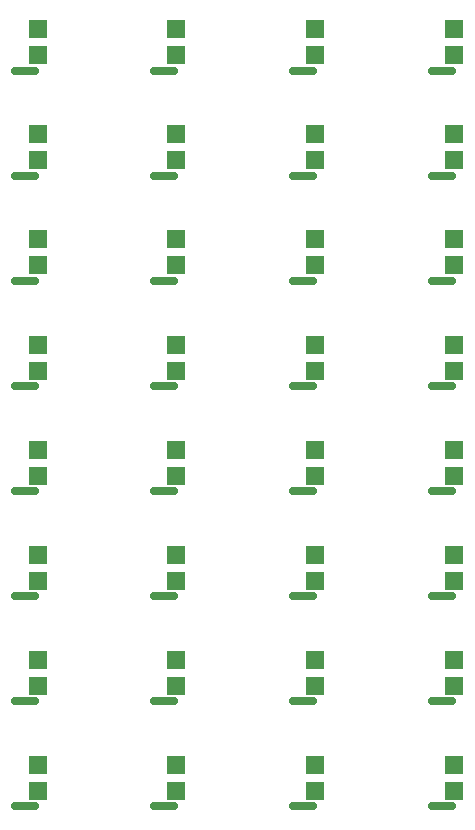
<source format=gbr>
G04 #@! TF.GenerationSoftware,KiCad,Pcbnew,7.0.7-7.0.7~ubuntu22.04.1*
G04 #@! TF.CreationDate,2024-03-29T17:55:08+00:00*
G04 #@! TF.ProjectId,receiver6_rep,72656365-6976-4657-9236-5f7265702e6b,rev?*
G04 #@! TF.SameCoordinates,Original*
G04 #@! TF.FileFunction,Soldermask,Bot*
G04 #@! TF.FilePolarity,Negative*
%FSLAX46Y46*%
G04 Gerber Fmt 4.6, Leading zero omitted, Abs format (unit mm)*
G04 Created by KiCad (PCBNEW 7.0.7-7.0.7~ubuntu22.04.1) date 2024-03-29 17:55:08*
%MOMM*%
%LPD*%
G01*
G04 APERTURE LIST*
G04 Aperture macros list*
%AMRoundRect*
0 Rectangle with rounded corners*
0 $1 Rounding radius*
0 $2 $3 $4 $5 $6 $7 $8 $9 X,Y pos of 4 corners*
0 Add a 4 corners polygon primitive as box body*
4,1,4,$2,$3,$4,$5,$6,$7,$8,$9,$2,$3,0*
0 Add four circle primitives for the rounded corners*
1,1,$1+$1,$2,$3*
1,1,$1+$1,$4,$5*
1,1,$1+$1,$6,$7*
1,1,$1+$1,$8,$9*
0 Add four rect primitives between the rounded corners*
20,1,$1+$1,$2,$3,$4,$5,0*
20,1,$1+$1,$4,$5,$6,$7,0*
20,1,$1+$1,$6,$7,$8,$9,0*
20,1,$1+$1,$8,$9,$2,$3,0*%
G04 Aperture macros list end*
%ADD10RoundRect,0.102000X-0.700000X0.700000X-0.700000X-0.700000X0.700000X-0.700000X0.700000X0.700000X0*%
%ADD11RoundRect,0.162500X1.012500X-0.162500X1.012500X0.162500X-1.012500X0.162500X-1.012500X-0.162500X0*%
G04 APERTURE END LIST*
D10*
X81500000Y-82700000D03*
X81500000Y-80500000D03*
X58000000Y-109400000D03*
X58000000Y-107200000D03*
D11*
X68700000Y-84000000D03*
X80450000Y-84000000D03*
D10*
X93250000Y-82700000D03*
X93250000Y-80500000D03*
D11*
X92200000Y-110700000D03*
D10*
X69750000Y-91600000D03*
X69750000Y-89400000D03*
X81500000Y-64900000D03*
X81500000Y-62700000D03*
X93250000Y-56000000D03*
X93250000Y-53800000D03*
D11*
X92200000Y-48400000D03*
X92200000Y-57300000D03*
D10*
X93250000Y-109400000D03*
X93250000Y-107200000D03*
X93250000Y-73800000D03*
X93250000Y-71600000D03*
X58000000Y-82700000D03*
X58000000Y-80500000D03*
X81500000Y-73800000D03*
X81500000Y-71600000D03*
D11*
X92200000Y-84000000D03*
X92200000Y-101800000D03*
X56950000Y-110700000D03*
X68700000Y-66200000D03*
X56950000Y-101800000D03*
X80450000Y-66200000D03*
D10*
X93250000Y-100500000D03*
X93250000Y-98300000D03*
D11*
X80450000Y-110700000D03*
D10*
X58000000Y-91600000D03*
X58000000Y-89400000D03*
X69750000Y-82700000D03*
X69750000Y-80500000D03*
X58000000Y-100500000D03*
X58000000Y-98300000D03*
D11*
X68700000Y-75100000D03*
X68700000Y-48400000D03*
X56950000Y-92900000D03*
D10*
X69750000Y-47100000D03*
X69750000Y-44900000D03*
X69750000Y-56000000D03*
X69750000Y-53800000D03*
D11*
X80450000Y-75100000D03*
D10*
X58000000Y-56000000D03*
X58000000Y-53800000D03*
X69750000Y-64900000D03*
X69750000Y-62700000D03*
X81500000Y-109400000D03*
X81500000Y-107200000D03*
X81500000Y-47100000D03*
X81500000Y-44900000D03*
D11*
X92200000Y-75100000D03*
D10*
X58000000Y-47100000D03*
X58000000Y-44900000D03*
D11*
X80450000Y-48400000D03*
X80450000Y-57300000D03*
X80450000Y-92900000D03*
X68700000Y-57300000D03*
X56950000Y-84000000D03*
D10*
X93250000Y-91600000D03*
X93250000Y-89400000D03*
X93250000Y-47100000D03*
X93250000Y-44900000D03*
D11*
X92200000Y-66200000D03*
D10*
X81500000Y-91600000D03*
X81500000Y-89400000D03*
D11*
X80450000Y-101800000D03*
D10*
X69750000Y-109400000D03*
X69750000Y-107200000D03*
D11*
X68700000Y-101800000D03*
D10*
X93250000Y-64900000D03*
X93250000Y-62700000D03*
D11*
X56950000Y-66200000D03*
D10*
X81500000Y-100500000D03*
X81500000Y-98300000D03*
D11*
X56950000Y-75100000D03*
D10*
X69750000Y-73800000D03*
X69750000Y-71600000D03*
D11*
X56950000Y-48400000D03*
D10*
X58000000Y-64900000D03*
X58000000Y-62700000D03*
X81500000Y-56000000D03*
X81500000Y-53800000D03*
D11*
X56950000Y-57300000D03*
D10*
X69750000Y-100500000D03*
X69750000Y-98300000D03*
D11*
X68700000Y-110700000D03*
X92200000Y-92900000D03*
X68700000Y-92900000D03*
D10*
X58000000Y-73800000D03*
X58000000Y-71600000D03*
M02*

</source>
